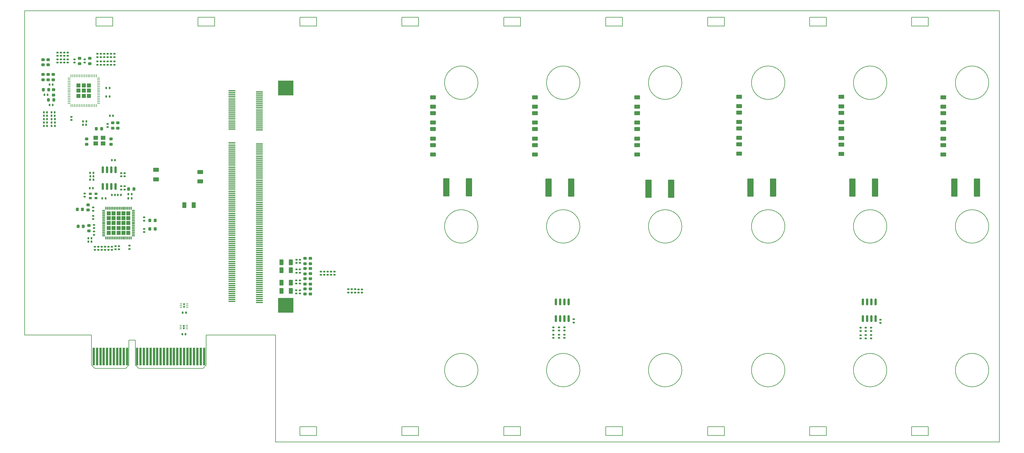
<source format=gbr>
G04 #@! TF.GenerationSoftware,KiCad,Pcbnew,6.0.7-f9a2dced07~116~ubuntu22.04.1*
G04 #@! TF.CreationDate,2023-04-06T13:37:07+01:00*
G04 #@! TF.ProjectId,hiltop_backplane_brd,68696c74-6f70-45f6-9261-636b706c616e,A*
G04 #@! TF.SameCoordinates,Original*
G04 #@! TF.FileFunction,Paste,Top*
G04 #@! TF.FilePolarity,Positive*
%FSLAX46Y46*%
G04 Gerber Fmt 4.6, Leading zero omitted, Abs format (unit mm)*
G04 Created by KiCad (PCBNEW 6.0.7-f9a2dced07~116~ubuntu22.04.1) date 2023-04-06 13:37:07*
%MOMM*%
%LPD*%
G01*
G04 APERTURE LIST*
G04 Aperture macros list*
%AMRoundRect*
0 Rectangle with rounded corners*
0 $1 Rounding radius*
0 $2 $3 $4 $5 $6 $7 $8 $9 X,Y pos of 4 corners*
0 Add a 4 corners polygon primitive as box body*
4,1,4,$2,$3,$4,$5,$6,$7,$8,$9,$2,$3,0*
0 Add four circle primitives for the rounded corners*
1,1,$1+$1,$2,$3*
1,1,$1+$1,$4,$5*
1,1,$1+$1,$6,$7*
1,1,$1+$1,$8,$9*
0 Add four rect primitives between the rounded corners*
20,1,$1+$1,$2,$3,$4,$5,0*
20,1,$1+$1,$4,$5,$6,$7,0*
20,1,$1+$1,$6,$7,$8,$9,0*
20,1,$1+$1,$8,$9,$2,$3,0*%
G04 Aperture macros list end*
G04 #@! TA.AperFunction,Profile*
%ADD10C,0.150000*%
G04 #@! TD*
%ADD11RoundRect,0.147500X-0.147500X-0.172500X0.147500X-0.172500X0.147500X0.172500X-0.147500X0.172500X0*%
%ADD12RoundRect,0.250000X-0.712500X-2.475000X0.712500X-2.475000X0.712500X2.475000X-0.712500X2.475000X0*%
%ADD13RoundRect,0.147500X-0.172500X0.147500X-0.172500X-0.147500X0.172500X-0.147500X0.172500X0.147500X0*%
%ADD14RoundRect,0.218750X0.256250X-0.218750X0.256250X0.218750X-0.256250X0.218750X-0.256250X-0.218750X0*%
%ADD15RoundRect,0.147500X0.172500X-0.147500X0.172500X0.147500X-0.172500X0.147500X-0.172500X-0.147500X0*%
%ADD16R,0.900000X0.800000*%
%ADD17RoundRect,0.147500X0.147500X0.172500X-0.147500X0.172500X-0.147500X-0.172500X0.147500X-0.172500X0*%
%ADD18RoundRect,0.218750X0.218750X0.256250X-0.218750X0.256250X-0.218750X-0.256250X0.218750X-0.256250X0*%
%ADD19RoundRect,0.250000X0.625000X-0.375000X0.625000X0.375000X-0.625000X0.375000X-0.625000X-0.375000X0*%
%ADD20RoundRect,0.218750X-0.218750X-0.256250X0.218750X-0.256250X0.218750X0.256250X-0.218750X0.256250X0*%
%ADD21RoundRect,0.150000X0.150000X-0.825000X0.150000X0.825000X-0.150000X0.825000X-0.150000X-0.825000X0*%
%ADD22R,1.190000X1.190000*%
%ADD23R,0.850000X0.300000*%
%ADD24R,0.300000X0.850000*%
%ADD25RoundRect,0.218750X-0.256250X0.218750X-0.256250X-0.218750X0.256250X-0.218750X0.256250X0.218750X0*%
%ADD26RoundRect,0.250000X0.380000X0.380000X-0.380000X0.380000X-0.380000X-0.380000X0.380000X-0.380000X0*%
%ADD27RoundRect,0.050000X0.387500X0.050000X-0.387500X0.050000X-0.387500X-0.050000X0.387500X-0.050000X0*%
%ADD28RoundRect,0.050000X0.050000X0.387500X-0.050000X0.387500X-0.050000X-0.387500X0.050000X-0.387500X0*%
%ADD29RoundRect,0.250000X0.375000X0.625000X-0.375000X0.625000X-0.375000X-0.625000X0.375000X-0.625000X0*%
%ADD30RoundRect,0.250000X-0.625000X0.375000X-0.625000X-0.375000X0.625000X-0.375000X0.625000X0.375000X0*%
%ADD31R,0.500000X0.560000*%
%ADD32R,0.700000X0.250000*%
%ADD33R,0.750000X5.300000*%
%ADD34R,4.600000X4.500000*%
%ADD35R,2.000000X0.350000*%
%ADD36R,1.400000X1.200000*%
%ADD37RoundRect,0.150000X-0.150000X0.825000X-0.150000X-0.825000X0.150000X-0.825000X0.150000X0.825000X0*%
G04 APERTURE END LIST*
D10*
X179840000Y-50700000D02*
G75*
G03*
X179840000Y-50700000I-5000000J0D01*
G01*
X210320000Y-50700000D02*
G75*
G03*
X210320000Y-50700000I-5000000J0D01*
G01*
X240800000Y-50700000D02*
G75*
G03*
X240800000Y-50700000I-5000000J0D01*
G01*
X210320000Y-93700000D02*
G75*
G03*
X210320000Y-93700000I-5000000J0D01*
G01*
X240800000Y-93700000D02*
G75*
G03*
X240800000Y-93700000I-5000000J0D01*
G01*
X179840000Y-136700000D02*
G75*
G03*
X179840000Y-136700000I-5000000J0D01*
G01*
X210320000Y-136700000D02*
G75*
G03*
X210320000Y-136700000I-5000000J0D01*
G01*
X240800000Y-136700000D02*
G75*
G03*
X240800000Y-136700000I-5000000J0D01*
G01*
X179840000Y-93700000D02*
G75*
G03*
X179840000Y-93700000I-5000000J0D01*
G01*
X248500000Y-31150000D02*
X248500000Y-33750000D01*
X284000000Y-33750000D02*
X284000000Y-31150000D01*
X271600000Y-136700000D02*
G75*
G03*
X271600000Y-136700000I-5000000J0D01*
G01*
X65300000Y-136200000D02*
X74500000Y-136200000D01*
X75500000Y-135200000D02*
X75500000Y-127700000D01*
X248500000Y-33750000D02*
X253500000Y-33750000D01*
X131600000Y-156250000D02*
X131600000Y-153650000D01*
X157100000Y-31150000D02*
X157100000Y-33750000D01*
X131600000Y-153650000D02*
X126600000Y-153650000D01*
X192550000Y-153650000D02*
X187550000Y-153650000D01*
X65650000Y-33750000D02*
X70650000Y-33750000D01*
X162100000Y-31150000D02*
X157100000Y-31150000D01*
X101150000Y-33750000D02*
X101150000Y-31150000D01*
X126600000Y-156250000D02*
X131600000Y-156250000D01*
X162100000Y-156250000D02*
X162100000Y-153650000D01*
X279000000Y-31150000D02*
X279000000Y-33750000D01*
X126600000Y-31150000D02*
X126600000Y-33750000D01*
X96150000Y-31150000D02*
X96150000Y-33750000D01*
X98600000Y-126200000D02*
X119300000Y-126200000D01*
X131600000Y-31150000D02*
X126600000Y-31150000D01*
X223050000Y-153650000D02*
X218050000Y-153650000D01*
X192550000Y-33750000D02*
X192550000Y-31150000D01*
X309450000Y-153650000D02*
X309450000Y-156250000D01*
X284000000Y-153650000D02*
X279000000Y-153650000D01*
X70650000Y-31150000D02*
X65650000Y-31150000D01*
X162100000Y-33750000D02*
X162100000Y-31150000D01*
X302080000Y-136700000D02*
G75*
G03*
X302080000Y-136700000I-5000000J0D01*
G01*
X309450000Y-156250000D02*
X314450000Y-156250000D01*
X284000000Y-156250000D02*
X284000000Y-153650000D01*
X248500000Y-156250000D02*
X253500000Y-156250000D01*
X157100000Y-156250000D02*
X162100000Y-156250000D01*
X248500000Y-153650000D02*
X248500000Y-156250000D01*
X218050000Y-156250000D02*
X223050000Y-156250000D01*
X218050000Y-31150000D02*
X218050000Y-33750000D01*
X162100000Y-153650000D02*
X157100000Y-153650000D01*
X332560000Y-93700000D02*
G75*
G03*
X332560000Y-93700000I-5000000J0D01*
G01*
X75500000Y-135200000D02*
X74500000Y-136200000D01*
X126600000Y-153650000D02*
X126600000Y-156250000D01*
X314450000Y-153650000D02*
X309450000Y-153650000D01*
X97600000Y-136200000D02*
X98600000Y-135200000D01*
X157100000Y-33750000D02*
X162100000Y-33750000D01*
X332560000Y-50700000D02*
G75*
G03*
X332560000Y-50700000I-5000000J0D01*
G01*
X70650000Y-33750000D02*
X70650000Y-31150000D01*
X223050000Y-156250000D02*
X223050000Y-153650000D01*
X271600000Y-50700000D02*
G75*
G03*
X271600000Y-50700000I-5000000J0D01*
G01*
X65650000Y-31150000D02*
X65650000Y-33750000D01*
X192550000Y-31150000D02*
X187550000Y-31150000D01*
X302080000Y-93700000D02*
G75*
G03*
X302080000Y-93700000I-5000000J0D01*
G01*
X187550000Y-153650000D02*
X187550000Y-156250000D01*
X44300000Y-29200000D02*
X335740000Y-29200000D01*
X131600000Y-33750000D02*
X131600000Y-31150000D01*
X96150000Y-33750000D02*
X101150000Y-33750000D01*
X187550000Y-33750000D02*
X192550000Y-33750000D01*
X64300000Y-135200000D02*
X64300000Y-126200000D01*
X314500000Y-31150000D02*
X309500000Y-31150000D01*
X218050000Y-153650000D02*
X218050000Y-156250000D01*
X271600000Y-93700000D02*
G75*
G03*
X271600000Y-93700000I-5000000J0D01*
G01*
X253500000Y-33750000D02*
X253500000Y-31150000D01*
X279000000Y-156250000D02*
X284000000Y-156250000D01*
X332560000Y-136700000D02*
G75*
G03*
X332560000Y-136700000I-5000000J0D01*
G01*
X77400000Y-135200000D02*
X78400000Y-136200000D01*
X119300000Y-136200000D02*
X119300000Y-158200000D01*
X309500000Y-31150000D02*
X309500000Y-33750000D01*
X44300000Y-126200000D02*
X44300000Y-29200000D01*
X218050000Y-33750000D02*
X223050000Y-33750000D01*
X314450000Y-156250000D02*
X314450000Y-153650000D01*
X284000000Y-31150000D02*
X279000000Y-31150000D01*
X119300000Y-126200000D02*
X119300000Y-136200000D01*
X78400000Y-136200000D02*
X97600000Y-136200000D01*
X279000000Y-153650000D02*
X279000000Y-156250000D01*
X279000000Y-33750000D02*
X284000000Y-33750000D01*
X253500000Y-153650000D02*
X248500000Y-153650000D01*
X64300000Y-135200000D02*
X65300000Y-136200000D01*
X187550000Y-156250000D02*
X192550000Y-156250000D01*
X75500000Y-127700000D02*
X77400000Y-127700000D01*
X101150000Y-31150000D02*
X96150000Y-31150000D01*
X192550000Y-156250000D02*
X192550000Y-153650000D01*
X253500000Y-31150000D02*
X248500000Y-31150000D01*
X126600000Y-33750000D02*
X131600000Y-33750000D01*
X98600000Y-135200000D02*
X98600000Y-127700000D01*
X335740000Y-29200000D02*
X335740000Y-158200000D01*
X187550000Y-31150000D02*
X187550000Y-33750000D01*
X302080000Y-50700000D02*
G75*
G03*
X302080000Y-50700000I-5000000J0D01*
G01*
X157100000Y-153650000D02*
X157100000Y-156250000D01*
X223050000Y-31150000D02*
X218050000Y-31150000D01*
X98600000Y-127700000D02*
X98600000Y-126200000D01*
X335740000Y-158200000D02*
X119300000Y-158200000D01*
X309500000Y-33750000D02*
X314500000Y-33750000D01*
X253500000Y-156250000D02*
X253500000Y-153650000D01*
X77400000Y-127700000D02*
X77400000Y-135200000D01*
X314500000Y-33750000D02*
X314500000Y-31150000D01*
X64300000Y-126200000D02*
X44300000Y-126200000D01*
X223050000Y-33750000D02*
X223050000Y-31150000D01*
D11*
X75327500Y-85344000D03*
X76297500Y-85344000D03*
D12*
X170366500Y-82042000D03*
X177141500Y-82042000D03*
D13*
X73152000Y-77747000D03*
X73152000Y-78717000D03*
D14*
X63246000Y-88784500D03*
X63246000Y-87209500D03*
D15*
X75628500Y-100434000D03*
X75628500Y-99464000D03*
D11*
X63897500Y-79756000D03*
X64867500Y-79756000D03*
D16*
X65595000Y-83957000D03*
X63945000Y-83957000D03*
X63945000Y-85207000D03*
X65595000Y-85207000D03*
D13*
X64770000Y-90515000D03*
X64770000Y-91485000D03*
D11*
X70381000Y-84328000D03*
X71351000Y-84328000D03*
D13*
X74168000Y-77747000D03*
X74168000Y-78717000D03*
D17*
X92427500Y-125980000D03*
X91457500Y-125980000D03*
D15*
X65278000Y-100735000D03*
X65278000Y-99765000D03*
D18*
X61606500Y-88646000D03*
X60031500Y-88646000D03*
D15*
X71437500Y-100561000D03*
X71437500Y-99591000D03*
X72530000Y-100561000D03*
X72530000Y-99591000D03*
X69342000Y-100735000D03*
X69342000Y-99765000D03*
D13*
X65024000Y-95215000D03*
X65024000Y-96185000D03*
D17*
X64285000Y-98250000D03*
X63315000Y-98250000D03*
D19*
X166400000Y-72150000D03*
X166400000Y-69350000D03*
D20*
X75412500Y-82550000D03*
X76987500Y-82550000D03*
D21*
X67691000Y-81723000D03*
X68961000Y-81723000D03*
X70231000Y-81723000D03*
X71501000Y-81723000D03*
X71501000Y-76773000D03*
X70231000Y-76773000D03*
X68961000Y-76773000D03*
X67691000Y-76773000D03*
D19*
X227400000Y-72150000D03*
X227400000Y-69350000D03*
D15*
X68326000Y-100735000D03*
X68326000Y-99765000D03*
X74168000Y-82660500D03*
X74168000Y-81690500D03*
D12*
X230818500Y-82423000D03*
X237593500Y-82423000D03*
D15*
X64770000Y-88997500D03*
X64770000Y-88027500D03*
X67310000Y-100735000D03*
X67310000Y-99765000D03*
D22*
X73860000Y-89770000D03*
X72390000Y-95650000D03*
X75330000Y-89770000D03*
X70920000Y-94180000D03*
X69450000Y-92710000D03*
X72390000Y-89770000D03*
X72390000Y-92710000D03*
X73860000Y-92710000D03*
X72390000Y-91240000D03*
X69450000Y-91240000D03*
X75330000Y-95650000D03*
X70920000Y-95650000D03*
X75330000Y-94180000D03*
X73860000Y-95650000D03*
X75330000Y-91240000D03*
X70920000Y-91240000D03*
X69450000Y-89770000D03*
X70920000Y-89770000D03*
X70920000Y-92710000D03*
X72390000Y-94180000D03*
X75330000Y-92710000D03*
X73860000Y-94180000D03*
X73860000Y-91240000D03*
X69450000Y-94180000D03*
X69450000Y-95650000D03*
D23*
X67940000Y-88960000D03*
X67940000Y-89460000D03*
X67940000Y-89960000D03*
X67940000Y-90460000D03*
X67940000Y-90960000D03*
X67940000Y-91460000D03*
X67940000Y-91960000D03*
X67940000Y-92460000D03*
X67940000Y-92960000D03*
X67940000Y-93460000D03*
X67940000Y-93960000D03*
X67940000Y-94460000D03*
X67940000Y-94960000D03*
X67940000Y-95460000D03*
X67940000Y-95960000D03*
X67940000Y-96460000D03*
D24*
X68640000Y-97160000D03*
X69140000Y-97160000D03*
X69640000Y-97160000D03*
X70140000Y-97160000D03*
X70640000Y-97160000D03*
X71140000Y-97160000D03*
X71640000Y-97160000D03*
X72140000Y-97160000D03*
X72640000Y-97160000D03*
X73140000Y-97160000D03*
X73640000Y-97160000D03*
X74140000Y-97160000D03*
X74640000Y-97160000D03*
X75140000Y-97160000D03*
X75640000Y-97160000D03*
X76140000Y-97160000D03*
D23*
X76840000Y-96460000D03*
X76840000Y-95960000D03*
X76840000Y-95460000D03*
X76840000Y-94960000D03*
X76840000Y-94460000D03*
X76840000Y-93960000D03*
X76840000Y-93460000D03*
X76840000Y-92960000D03*
X76840000Y-92460000D03*
X76840000Y-91960000D03*
X76840000Y-91460000D03*
X76840000Y-90960000D03*
X76840000Y-90460000D03*
X76840000Y-89960000D03*
X76840000Y-89460000D03*
X76840000Y-88960000D03*
D24*
X76140000Y-88260000D03*
X75640000Y-88260000D03*
X75140000Y-88260000D03*
X74640000Y-88260000D03*
X74140000Y-88260000D03*
X73640000Y-88260000D03*
X73140000Y-88260000D03*
X72640000Y-88260000D03*
X72140000Y-88260000D03*
X71640000Y-88260000D03*
X71140000Y-88260000D03*
X70640000Y-88260000D03*
X70140000Y-88260000D03*
X69640000Y-88260000D03*
X69140000Y-88260000D03*
X68640000Y-88260000D03*
D11*
X63897500Y-77724000D03*
X64867500Y-77724000D03*
D15*
X66294000Y-100735000D03*
X66294000Y-99765000D03*
D17*
X64880500Y-78740000D03*
X63910500Y-78740000D03*
D18*
X61860500Y-93726000D03*
X60285500Y-93726000D03*
D15*
X73152000Y-82660500D03*
X73152000Y-81690500D03*
D11*
X75327500Y-84074000D03*
X76297500Y-84074000D03*
D13*
X62230000Y-83843000D03*
X62230000Y-84813000D03*
D11*
X67515000Y-85344000D03*
X68485000Y-85344000D03*
D19*
X227400000Y-62650000D03*
X227400000Y-59850000D03*
X196900000Y-57900000D03*
X196900000Y-55100000D03*
D18*
X83337500Y-91948000D03*
X81762500Y-91948000D03*
D13*
X80040000Y-90995000D03*
X80040000Y-91965000D03*
D18*
X83337500Y-94488000D03*
X81762500Y-94488000D03*
D17*
X73129000Y-84328000D03*
X72159000Y-84328000D03*
D13*
X65024000Y-93241000D03*
X65024000Y-94211000D03*
D25*
X63500000Y-93446500D03*
X63500000Y-95021500D03*
D11*
X63315000Y-97250000D03*
X64285000Y-97250000D03*
D15*
X57150000Y-42649000D03*
X57150000Y-41679000D03*
X58300000Y-61885000D03*
X58300000Y-60915000D03*
D26*
X60406000Y-54656000D03*
X63546000Y-54656000D03*
X61976000Y-51516000D03*
X61976000Y-54656000D03*
X60406000Y-51516000D03*
X61976000Y-53086000D03*
X60406000Y-53086000D03*
X63546000Y-51516000D03*
X63546000Y-53086000D03*
D27*
X66388500Y-56836000D03*
X66388500Y-56336000D03*
X66388500Y-55836000D03*
X66388500Y-55336000D03*
X66388500Y-54836000D03*
X66388500Y-54336000D03*
X66388500Y-53836000D03*
X66388500Y-53336000D03*
X66388500Y-52836000D03*
X66388500Y-52336000D03*
X66388500Y-51836000D03*
X66388500Y-51336000D03*
X66388500Y-50836000D03*
X66388500Y-50336000D03*
X66388500Y-49836000D03*
X66388500Y-49336000D03*
D28*
X65726000Y-48673500D03*
X65226000Y-48673500D03*
X64726000Y-48673500D03*
X64226000Y-48673500D03*
X63726000Y-48673500D03*
X63226000Y-48673500D03*
X62726000Y-48673500D03*
X62226000Y-48673500D03*
X61726000Y-48673500D03*
X61226000Y-48673500D03*
X60726000Y-48673500D03*
X60226000Y-48673500D03*
X59726000Y-48673500D03*
X59226000Y-48673500D03*
X58726000Y-48673500D03*
X58226000Y-48673500D03*
D27*
X57563500Y-49336000D03*
X57563500Y-49836000D03*
X57563500Y-50336000D03*
X57563500Y-50836000D03*
X57563500Y-51336000D03*
X57563500Y-51836000D03*
X57563500Y-52336000D03*
X57563500Y-52836000D03*
X57563500Y-53336000D03*
X57563500Y-53836000D03*
X57563500Y-54336000D03*
X57563500Y-54836000D03*
X57563500Y-55336000D03*
X57563500Y-55836000D03*
X57563500Y-56336000D03*
X57563500Y-56836000D03*
D28*
X58226000Y-57498500D03*
X58726000Y-57498500D03*
X59226000Y-57498500D03*
X59726000Y-57498500D03*
X60226000Y-57498500D03*
X60726000Y-57498500D03*
X61226000Y-57498500D03*
X61726000Y-57498500D03*
X62226000Y-57498500D03*
X62726000Y-57498500D03*
X63226000Y-57498500D03*
X63726000Y-57498500D03*
X64226000Y-57498500D03*
X64726000Y-57498500D03*
X65226000Y-57498500D03*
X65726000Y-57498500D03*
D11*
X50188000Y-54356000D03*
X51158000Y-54356000D03*
D13*
X59182000Y-43711000D03*
X59182000Y-44681000D03*
D15*
X69088000Y-63985000D03*
X69088000Y-63015000D03*
D25*
X49784000Y-43789500D03*
X49784000Y-45364500D03*
X51308000Y-48234500D03*
X51308000Y-49809500D03*
D15*
X54102000Y-42649000D03*
X54102000Y-41679000D03*
D13*
X68072000Y-44346000D03*
X68072000Y-45316000D03*
D11*
X52347000Y-60579000D03*
X53317000Y-60579000D03*
D17*
X51013500Y-61600000D03*
X50043500Y-61600000D03*
D25*
X60706000Y-43408500D03*
X60706000Y-44983500D03*
D20*
X49885500Y-52832000D03*
X51460500Y-52832000D03*
D13*
X56134000Y-43711000D03*
X56134000Y-44681000D03*
X55118000Y-43711000D03*
X55118000Y-44681000D03*
X54102000Y-43711000D03*
X54102000Y-44681000D03*
D25*
X52959000Y-52806500D03*
X52959000Y-54381500D03*
D17*
X51020000Y-62616000D03*
X50050000Y-62616000D03*
D13*
X62230000Y-43711000D03*
X62230000Y-44681000D03*
D14*
X70132000Y-69093500D03*
X70132000Y-67518500D03*
D17*
X52682000Y-51308000D03*
X51712000Y-51308000D03*
D25*
X63754000Y-43408500D03*
X63754000Y-44983500D03*
D11*
X61745000Y-63285000D03*
X62715000Y-63285000D03*
D17*
X51024500Y-59563000D03*
X50054500Y-59563000D03*
D25*
X62820000Y-67522500D03*
X62820000Y-69097500D03*
D14*
X70612000Y-64287500D03*
X70612000Y-62712500D03*
D15*
X56134000Y-42649000D03*
X56134000Y-41679000D03*
X55118000Y-42649000D03*
X55118000Y-41679000D03*
D13*
X57150000Y-43711000D03*
X57150000Y-44681000D03*
D25*
X52832000Y-48234500D03*
X52832000Y-49809500D03*
D20*
X65760500Y-64516000D03*
X67335500Y-64516000D03*
D11*
X52365000Y-62616000D03*
X53335000Y-62616000D03*
X52365000Y-63632000D03*
X53335000Y-63632000D03*
D29*
X94875000Y-87370000D03*
X92075000Y-87370000D03*
D30*
X96780000Y-77410000D03*
X96780000Y-80210000D03*
D11*
X51712000Y-57404000D03*
X52682000Y-57404000D03*
D17*
X51031000Y-60579000D03*
X50061000Y-60579000D03*
X51013500Y-63632000D03*
X50043500Y-63632000D03*
D11*
X52365000Y-61600000D03*
X53335000Y-61600000D03*
D25*
X49784000Y-48234500D03*
X49784000Y-49809500D03*
X51308000Y-43775500D03*
X51308000Y-45350500D03*
D13*
X67056000Y-44346000D03*
X67056000Y-45316000D03*
D15*
X71150000Y-45316000D03*
X71150000Y-44346000D03*
X71150000Y-43030000D03*
X71150000Y-42060000D03*
D13*
X69100000Y-44346000D03*
X69100000Y-45316000D03*
X70116000Y-44346000D03*
X70116000Y-45316000D03*
D15*
X70116000Y-43030000D03*
X70116000Y-42060000D03*
X69100000Y-43030000D03*
X69100000Y-42060000D03*
D17*
X69670000Y-52300000D03*
X68700000Y-52300000D03*
X70716000Y-60579000D03*
X69746000Y-60579000D03*
D14*
X72136000Y-64287500D03*
X72136000Y-62712500D03*
D18*
X52984500Y-55880000D03*
X51409500Y-55880000D03*
D11*
X52347000Y-59563000D03*
X53317000Y-59563000D03*
D13*
X66040000Y-44346000D03*
X66040000Y-45316000D03*
D15*
X68072000Y-43030000D03*
X68072000Y-42060000D03*
X67056000Y-43030000D03*
X67056000Y-42060000D03*
X66040000Y-43030000D03*
X66040000Y-42060000D03*
D12*
X200892000Y-82105500D03*
X207667000Y-82105500D03*
D19*
X196900000Y-67400000D03*
X196900000Y-64600000D03*
X196900000Y-62650000D03*
X196900000Y-59850000D03*
D29*
X123869000Y-113031000D03*
X121069000Y-113031000D03*
D13*
X126580000Y-112795000D03*
X126580000Y-113765000D03*
D25*
X129710000Y-112372500D03*
X129710000Y-113947500D03*
D14*
X128080000Y-104827500D03*
X128080000Y-103252500D03*
D13*
X125517000Y-112800000D03*
X125517000Y-113770000D03*
D25*
X128082000Y-106293500D03*
X128082000Y-107868500D03*
X128090000Y-112372500D03*
X128090000Y-113947500D03*
D13*
X126610000Y-106595000D03*
X126610000Y-107565000D03*
D14*
X129720000Y-110917500D03*
X129720000Y-109342500D03*
D29*
X123894000Y-106827000D03*
X121094000Y-106827000D03*
X123894000Y-104412000D03*
X121094000Y-104412000D03*
D15*
X125517000Y-110793000D03*
X125517000Y-109823000D03*
X125542000Y-104643000D03*
X125542000Y-103673000D03*
D25*
X129720000Y-106292500D03*
X129720000Y-107867500D03*
D14*
X129720000Y-104827500D03*
X129720000Y-103252500D03*
D29*
X123869000Y-110562000D03*
X121069000Y-110562000D03*
D14*
X128090000Y-110917500D03*
X128090000Y-109342500D03*
D13*
X125542000Y-106596000D03*
X125542000Y-107566000D03*
D11*
X63765000Y-82250000D03*
X64735000Y-82250000D03*
D17*
X71311000Y-73896000D03*
X70341000Y-73896000D03*
D19*
X166400000Y-62650000D03*
X166400000Y-59850000D03*
X227400000Y-57900000D03*
X227400000Y-55100000D03*
X166400000Y-57900000D03*
X166400000Y-55100000D03*
X166400000Y-67400000D03*
X166400000Y-64600000D03*
X227400000Y-67400000D03*
X227400000Y-64600000D03*
X196900000Y-72150000D03*
X196900000Y-69350000D03*
D11*
X61760000Y-62285000D03*
X62730000Y-62285000D03*
D31*
X91890000Y-123485000D03*
X91890000Y-124195000D03*
D32*
X92815000Y-124340000D03*
X92815000Y-123840000D03*
X92815000Y-123340000D03*
X90965000Y-123340000D03*
X90965000Y-123840000D03*
X90965000Y-124340000D03*
D17*
X92545000Y-119510000D03*
X91575000Y-119510000D03*
D31*
X91995000Y-117010000D03*
X91995000Y-117720000D03*
D32*
X92920000Y-117865000D03*
X92920000Y-117365000D03*
X92920000Y-116865000D03*
X91070000Y-116865000D03*
X91070000Y-117365000D03*
X91070000Y-117865000D03*
D17*
X69685000Y-54800000D03*
X68715000Y-54800000D03*
D13*
X70358000Y-99765000D03*
X70358000Y-100735000D03*
D15*
X80010000Y-95405000D03*
X80010000Y-94435000D03*
D33*
X64954000Y-132600000D03*
X65954000Y-132600000D03*
X66954000Y-132600000D03*
X67954000Y-132600000D03*
X68954000Y-132600000D03*
X69954000Y-132600000D03*
X70954000Y-132600000D03*
X71954000Y-132600000D03*
X72954000Y-132600000D03*
X73954000Y-132600000D03*
X74954000Y-132600000D03*
X77954000Y-132600000D03*
X78954000Y-132600000D03*
X79954000Y-132600000D03*
X80954000Y-132600000D03*
X81954000Y-132600000D03*
X82954000Y-132600000D03*
X83954000Y-132600000D03*
X84954000Y-132600000D03*
X85954000Y-132600000D03*
X86954000Y-132600000D03*
X87954000Y-132600000D03*
X88954000Y-132600000D03*
X89954000Y-132600000D03*
X90954000Y-132600000D03*
X91954000Y-132600000D03*
X92954000Y-132600000D03*
X93954000Y-132600000D03*
X94954000Y-132600000D03*
X95954000Y-132600000D03*
X96954000Y-132600000D03*
X97954000Y-132600000D03*
D15*
X145100000Y-113500000D03*
X145100000Y-112530000D03*
X144100000Y-113500000D03*
X144100000Y-112530000D03*
X143100000Y-113485000D03*
X143100000Y-112515000D03*
X142100000Y-113470000D03*
X142100000Y-112500000D03*
X141100000Y-113470000D03*
X141100000Y-112500000D03*
X136900000Y-108170000D03*
X136900000Y-107200000D03*
X135900000Y-108170000D03*
X135900000Y-107200000D03*
X134900000Y-108185000D03*
X134900000Y-107215000D03*
X133900000Y-108185000D03*
X133900000Y-107215000D03*
X132900000Y-108170000D03*
X132900000Y-107200000D03*
D34*
X122400000Y-117350000D03*
X122400000Y-52250000D03*
D35*
X106300000Y-53150000D03*
X114499999Y-53450000D03*
X106300000Y-53750000D03*
X114499999Y-54050000D03*
X106300000Y-54350000D03*
X114499999Y-54650000D03*
X106300000Y-54950000D03*
X114499999Y-55250000D03*
X106300000Y-55550000D03*
X114499999Y-55850000D03*
X106300000Y-56150000D03*
X114499999Y-56450000D03*
X106300000Y-56750000D03*
X114499999Y-57050000D03*
X106300000Y-57350000D03*
X114499999Y-57650000D03*
X106300000Y-57950000D03*
X114499999Y-58250000D03*
X106300000Y-58550000D03*
X114499999Y-58850000D03*
X106300000Y-59150000D03*
X114499999Y-59450000D03*
X106300000Y-59750000D03*
X114499999Y-60050000D03*
X106300000Y-60350000D03*
X114499999Y-60650000D03*
X106300000Y-60950000D03*
X114499999Y-61250000D03*
X106300000Y-61550000D03*
X114499999Y-61850000D03*
X106300000Y-62150000D03*
X114499999Y-62450000D03*
X106300000Y-62750000D03*
X114499999Y-63050000D03*
X106300000Y-63350000D03*
X114499999Y-63650000D03*
X106300000Y-63950000D03*
X114499999Y-64250000D03*
X106300000Y-64550000D03*
X114499999Y-64850000D03*
X106300000Y-68750000D03*
X114499999Y-69050000D03*
X106300000Y-69350000D03*
X114499999Y-69650000D03*
X106300000Y-69950000D03*
X114499999Y-70250000D03*
X106300000Y-70550000D03*
X114499999Y-70850000D03*
X106300000Y-71150000D03*
X114499999Y-71450000D03*
X106300000Y-71750000D03*
X114499999Y-72050000D03*
X106300000Y-72350000D03*
X114499999Y-72650000D03*
X106300000Y-72950000D03*
X114499999Y-73250000D03*
X106300000Y-73550000D03*
X114499999Y-73850000D03*
X106300000Y-74150000D03*
X114499999Y-74450000D03*
X106300000Y-74750000D03*
X114499999Y-75050000D03*
X106300000Y-75350000D03*
X114499999Y-75650000D03*
X106300000Y-75950000D03*
X114499999Y-76250000D03*
X106300000Y-76550000D03*
X114499999Y-76850000D03*
X106300000Y-77150000D03*
X114499999Y-77450000D03*
X106300000Y-77750000D03*
X114499999Y-78050000D03*
X106300000Y-78350000D03*
X114499999Y-78650000D03*
X106300000Y-78950000D03*
X114499999Y-79250000D03*
X106300000Y-79550000D03*
X114499999Y-79850000D03*
X106300000Y-80150000D03*
X114499999Y-80450000D03*
X106300000Y-80750000D03*
X114499999Y-81050000D03*
X106300000Y-81350000D03*
X114499999Y-81650000D03*
X106300000Y-81950000D03*
X114499999Y-82250000D03*
X106300000Y-82550000D03*
X114499999Y-82850000D03*
X106300000Y-83150000D03*
X114499999Y-83450000D03*
X106300000Y-83750000D03*
X114499999Y-84050000D03*
X106300000Y-84350000D03*
X114499999Y-84650000D03*
X106300000Y-84950000D03*
X114499999Y-85250000D03*
X106300000Y-85550000D03*
X114499999Y-85850000D03*
X106300000Y-86150000D03*
X114499999Y-86450000D03*
X106300000Y-86750000D03*
X114499999Y-87050000D03*
X106300000Y-87350000D03*
X114499999Y-87650000D03*
X106300000Y-87950000D03*
X114499999Y-88250000D03*
X106300000Y-88550000D03*
X114499999Y-88850000D03*
X106300000Y-89150000D03*
X114499999Y-89450000D03*
X106300000Y-89750000D03*
X114499999Y-90050000D03*
X106300000Y-90350000D03*
X114499999Y-90650000D03*
X106300000Y-90950000D03*
X114499999Y-91250000D03*
X106300000Y-91550000D03*
X114499999Y-91850000D03*
X106300000Y-92150000D03*
X114499999Y-92450000D03*
X106300000Y-92750000D03*
X114499999Y-93050000D03*
X106300000Y-93350000D03*
X114499999Y-93650000D03*
X106300000Y-93950000D03*
X114499999Y-94250000D03*
X106300000Y-94550000D03*
X114499999Y-94850000D03*
X106300000Y-95150000D03*
X114499999Y-95450000D03*
X106300000Y-95750000D03*
X114499999Y-96050000D03*
X106300000Y-96350000D03*
X114499999Y-96650000D03*
X106300000Y-96950000D03*
X114499999Y-97250000D03*
X106300000Y-97550000D03*
X114499999Y-97850000D03*
X106300000Y-98150000D03*
X114499999Y-98450000D03*
X106300000Y-98750000D03*
X114499999Y-99050000D03*
X106300000Y-99350000D03*
X114499999Y-99650000D03*
X106300000Y-99950000D03*
X114499999Y-100250000D03*
X106300000Y-100550000D03*
X114499999Y-100850000D03*
X106300000Y-101150000D03*
X114499999Y-101450000D03*
X106300000Y-101750000D03*
X114499999Y-102050000D03*
X106300000Y-102350000D03*
X114499999Y-102650000D03*
X106300000Y-102950000D03*
X114499999Y-103250000D03*
X106300000Y-103550000D03*
X114499999Y-103850000D03*
X106300000Y-104150000D03*
X114499999Y-104450000D03*
X106300000Y-104750000D03*
X114499999Y-105050000D03*
X106300000Y-105350000D03*
X114499999Y-105650000D03*
X106300000Y-105950000D03*
X114499999Y-106250000D03*
X106300000Y-106550000D03*
X114499999Y-106850000D03*
X106300000Y-107150000D03*
X114499999Y-107450000D03*
X106300000Y-107750000D03*
X114499999Y-108050000D03*
X106300000Y-108350000D03*
X114499999Y-108650000D03*
X106300000Y-108950000D03*
X114499999Y-109250000D03*
X106300000Y-109550000D03*
X114499999Y-109850000D03*
X106300000Y-110150000D03*
X114499999Y-110450000D03*
X106300000Y-110750000D03*
X114499999Y-111050000D03*
X106300000Y-111350000D03*
X114499999Y-111650000D03*
X106300000Y-111950000D03*
X114499999Y-112250000D03*
X106300000Y-112550000D03*
X114499999Y-112850000D03*
X106300000Y-113150000D03*
X114499999Y-113450000D03*
X106300000Y-113750000D03*
X114499999Y-114050000D03*
X106300000Y-114350000D03*
X114499999Y-114650000D03*
X106300000Y-114950000D03*
X114499999Y-115250000D03*
X106300000Y-115550000D03*
X114499999Y-115850000D03*
X106300000Y-116150000D03*
X114499999Y-116450000D03*
D30*
X83590000Y-76790000D03*
X83590000Y-79590000D03*
D15*
X126600000Y-104643000D03*
X126600000Y-103673000D03*
X126570000Y-110793000D03*
X126570000Y-109823000D03*
D36*
X67730000Y-67210000D03*
X65530000Y-67210000D03*
X65530000Y-68910000D03*
X67730000Y-68910000D03*
D13*
X300200000Y-121615000D03*
X300200000Y-122585000D03*
D15*
X205635000Y-124860000D03*
X205635000Y-123890000D03*
X297400000Y-127185000D03*
X297400000Y-126215000D03*
X205635000Y-127060000D03*
X205635000Y-126090000D03*
D13*
X208435000Y-121490000D03*
X208435000Y-122460000D03*
D15*
X202405000Y-127060000D03*
X202405000Y-126090000D03*
X294200000Y-127215000D03*
X294200000Y-126245000D03*
X295800000Y-127185000D03*
X295800000Y-126215000D03*
D19*
X288500000Y-67250000D03*
X288500000Y-64450000D03*
X319000000Y-72150000D03*
X319000000Y-69350000D03*
D15*
X297400000Y-124985000D03*
X297400000Y-124015000D03*
D19*
X257900000Y-62450000D03*
X257900000Y-59650000D03*
X319000000Y-67400000D03*
X319000000Y-64600000D03*
D15*
X202405000Y-124860000D03*
X202405000Y-123890000D03*
D19*
X257900000Y-57700000D03*
X257900000Y-54900000D03*
D37*
X206940000Y-116325000D03*
X205670000Y-116325000D03*
X204400000Y-116325000D03*
X203130000Y-116325000D03*
X203130000Y-121275000D03*
X204400000Y-121275000D03*
X205670000Y-121275000D03*
X206940000Y-121275000D03*
D19*
X257900000Y-67200000D03*
X257900000Y-64400000D03*
D12*
X261298500Y-82105500D03*
X268073500Y-82105500D03*
D15*
X295800000Y-124985000D03*
X295800000Y-124015000D03*
D19*
X288500000Y-57750000D03*
X288500000Y-54950000D03*
D15*
X204035000Y-124860000D03*
X204035000Y-123890000D03*
D19*
X319000000Y-57900000D03*
X319000000Y-55100000D03*
X319000000Y-62650000D03*
X319000000Y-59850000D03*
D15*
X204035000Y-127060000D03*
X204035000Y-126090000D03*
X294200000Y-124985000D03*
X294200000Y-124015000D03*
D37*
X298705000Y-116325000D03*
X297435000Y-116325000D03*
X296165000Y-116325000D03*
X294895000Y-116325000D03*
X294895000Y-121275000D03*
X296165000Y-121275000D03*
X297435000Y-121275000D03*
X298705000Y-121275000D03*
D19*
X288500000Y-72000000D03*
X288500000Y-69200000D03*
D12*
X322258500Y-82105500D03*
X329033500Y-82105500D03*
D19*
X257900000Y-71950000D03*
X257900000Y-69150000D03*
D12*
X291778500Y-82105500D03*
X298553500Y-82105500D03*
D19*
X288500000Y-62500000D03*
X288500000Y-59700000D03*
M02*

</source>
